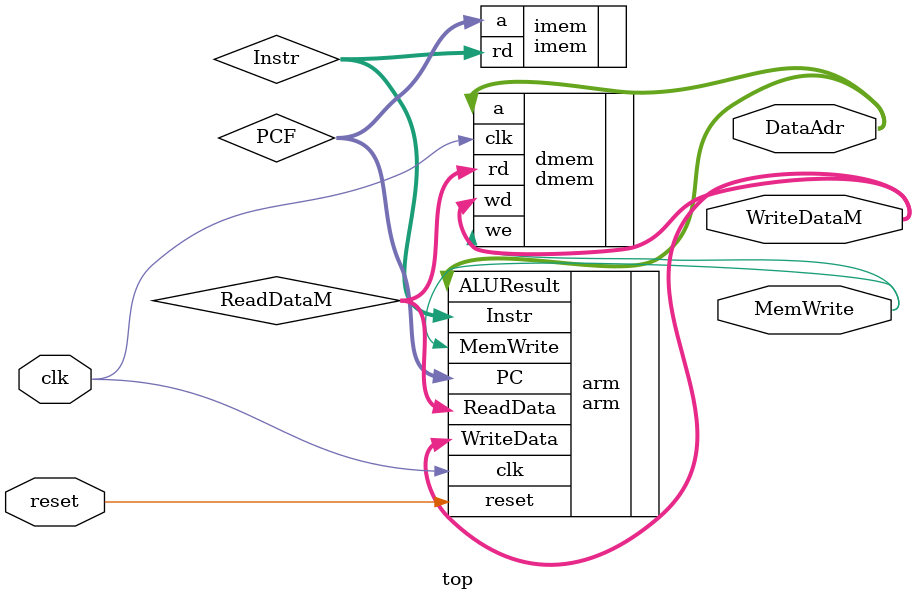
<source format=v>
`timescale 1ns / 1ps

module top (
	clk,
	reset,
	WriteDataM,
	DataAdr,
	MemWrite
);
	input wire clk;
	input wire reset;
	output wire [31:0] WriteDataM;
	output wire [31:0] DataAdr;
	output wire MemWrite;
	wire [31:0] PCF;
	wire [31:0] Instr;
	wire [31:0] ReadDataM;
	arm arm(
		.clk(clk),
		.reset(reset),
		.PC(PCF),
		.Instr(Instr),
		.MemWrite(MemWrite),
		.ALUResult(DataAdr),
		.WriteData(WriteDataM),
		.ReadData(ReadDataM)
	);
	imem imem(
		.a(PCF),
		.rd(Instr)
	);
	
	dmem dmem(
		.clk(clk),
		.we(MemWrite),
		.a(DataAdr),
		.wd(WriteDataM),
		.rd(ReadDataM)
	);
endmodule
</source>
